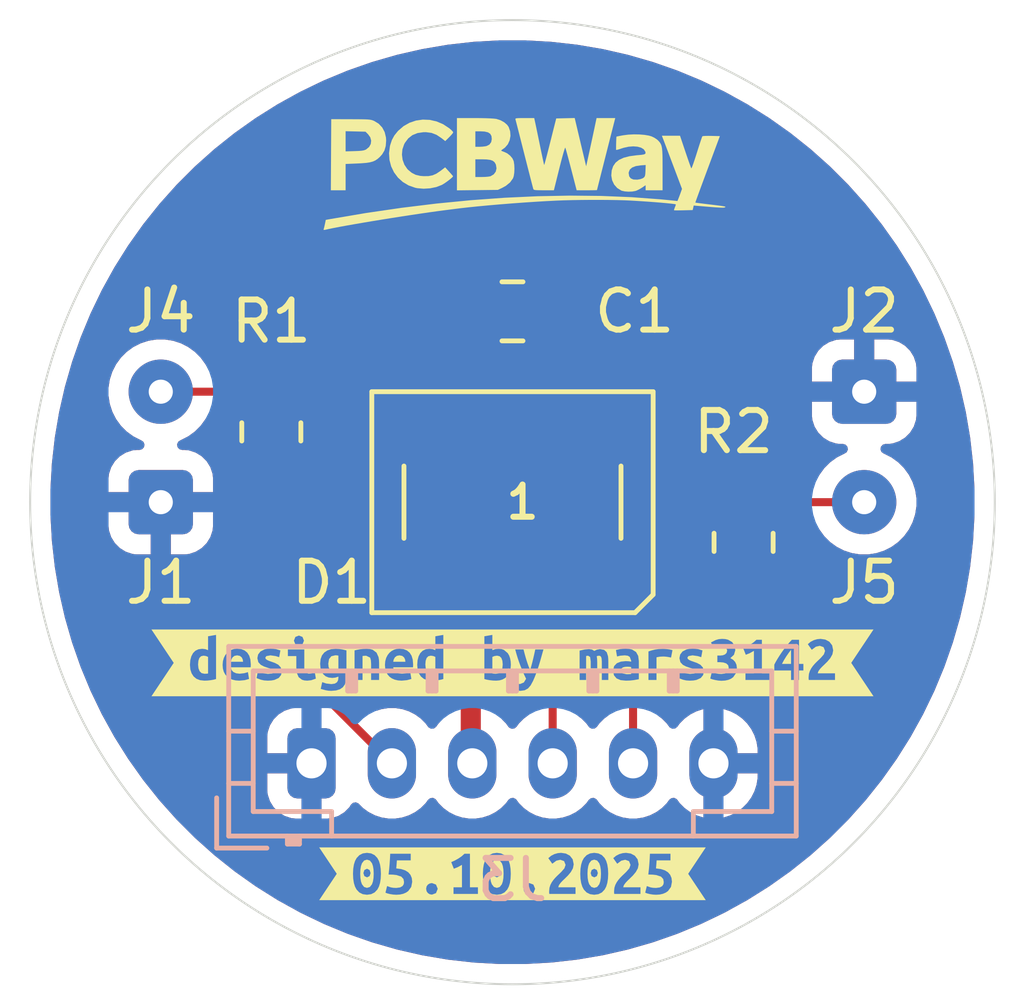
<source format=kicad_pcb>
(kicad_pcb (version 20241229) (generator "pcbnew") (generator_version "9.0")
  (title_block (title "Mole Beacon") (date "05.10.2025") (rev "1.0.0") (company "Peter Siegmund") (comment 1 "kicad@mars3142.org") (comment 2 "https://wiki.mars3142.dev/project/maerklin/warnemuende/lighthouse/start"))
  (layers (0 "F.Cu" signal) (2 "B.Cu" signal) (13 "F.Paste" user) (15 "B.Paste" user) (5 "F.SilkS" user "F.Silkscreen") (7 "B.SilkS" user "B.Silkscreen") (1 "F.Mask" user) (3 "B.Mask" user) (25 "Edge.Cuts" user))
  (net 0 "")
  (net 1 "GND")
  (net 2 "BEACON")
  (net 3 "+5V")
  (net 5 "OUTDOOR_L")
  (net 6 "OUTDOOR_R")
  (net 7 "Net-(J4-Pad1)")
  (net 8 "Net-(J5-Pad1)")
  (footprint "kibuzzard-6876A324" (layer "F.Cu") (at 100 64)
    (property "Reference" "kibuzzard-6876A324" (hide yes))
    (property "Value" "G***" (hide yes))
  )
  (footprint "Resistor_SMD:R_0805_2012Metric_Pad1.20x1.40mm_HandSolder" (layer "F.Cu") (at 94 58.25 -90)
    (property "Reference" "R1" (at -2.75 0 180) (layer "F.SilkS"))
    (property "Value" "1K")
    (pad "1" smd roundrect (at -1 0 270) (size 1.2 1.4) (layers "F.Cu" "F.Mask" "F.Paste") (roundrect_rratio 0.208333) (net 7 "Net-(J4-Pad1)"))
    (pad "2" smd roundrect (at 1 0 270) (size 1.2 1.4) (layers "F.Cu" "F.Mask" "F.Paste") (roundrect_rratio 0.208333) (net 5 "OUTDOOR_L"))
  )
  (footprint "Connector_Wire:SolderWire-0.1sqmm_1x01_D0.4mm_OD1mm" (layer "F.Cu") (at 91.25 57.25)
    (property "Reference" "J4" (at 0 -2 0) (layer "F.SilkS"))
    (property "Value" "LED 1 +")
    (pad "1" thru_hole circle (at 0 0) (size 1.6 1.6) (drill 0.6) (layers "*.Cu" "*.Mask") (net 7 "Net-(J4-Pad1)"))
  )
  (footprint "Connector_Wire:SolderWire-0.1sqmm_1x01_D0.4mm_OD1mm" (layer "F.Cu") (at 108.75 60)
    (property "Reference" "J5" (at 0 2 0) (layer "F.SilkS"))
    (property "Value" "LED 2 +")
    (pad "1" thru_hole circle (at 0 0) (size 1.6 1.6) (drill 0.6) (layers "*.Cu" "*.Mask") (net 8 "Net-(J5-Pad1)"))
  )
  (footprint "kibuzzard-68711898" (layer "F.Cu") (at 100 69.25)
    (property "Reference" "kibuzzard-68711898" (hide yes))
    (property "Value" "G***" (hide yes))
  )
  (footprint "Capacitor_SMD:C_0805_2012Metric_Pad1.18x1.45mm_HandSolder" (layer "F.Cu") (at 100 55.25)
    (property "Reference" "C1" (at 3.0375 0 180) (layer "F.SilkS"))
    (property "Value" "100nF")
    (pad "1" smd roundrect (at -1.0375 0) (size 1.175 1.45) (layers "F.Cu" "F.Mask" "F.Paste") (roundrect_rratio 0.212766) (net 3 "+5V"))
    (pad "2" smd roundrect (at 1.0375 0) (size 1.175 1.45) (layers "F.Cu" "F.Mask" "F.Paste") (roundrect_rratio 0.212766) (net 1 "GND"))
  )
  (footprint "LOGO" (layer "F.Cu") (at 100.25 51.75)
    (property "Reference" "G***" (hide yes))
    (property "Value" "LOGO" (hide yes))
  )
  (footprint "Connector_Wire:SolderWire-0.1sqmm_1x01_D0.4mm_OD1mm" (layer "F.Cu") (at 91.25 60)
    (property "Reference" "J1" (at 0 2 0) (layer "F.SilkS"))
    (property "Value" "LED 1 -")
    (pad "1" thru_hole roundrect (at 0 0) (size 1.6 1.6) (drill 0.6) (layers "*.Cu" "*.Mask") (roundrect_rratio 0.15625) (net 1 "GND"))
  )
  (footprint "LED_SMD:LED_WS2812B_PLCC4_5.0x5.0mm_P3.2mm" (layer "F.Cu") (at 100 60)
    (property "Reference" "D1" (at -4.5 2 0) (layer "F.SilkS"))
    (property "Value" "WS2812B")
    (fp_text user "1" (at 0.25 0 0) (layer "F.SilkS") (effects (font (size 0.8 0.8))))
    (pad "1" smd roundrect (at -2.45 -1.65) (size 1.5 0.9) (layers "F.Cu" "F.Mask" "F.Paste") (roundrect_rratio 0.1) (net 3 "+5V"))
    (pad "2" smd roundrect (at -2.45 1.65) (size 1.5 0.9) (layers "F.Cu" "F.Mask" "F.Paste") (roundrect_rratio 0.1))
    (pad "3" smd roundrect (at 2.45 1.65) (size 1.5 0.9) (layers "F.Cu" "F.Mask" "F.Paste") (roundrect_rratio 0.1) (net 1 "GND"))
    (pad "4" smd roundrect (at 2.45 -1.65) (size 1.5 0.9) (layers "F.Cu" "F.Mask" "F.Paste") (roundrect_rratio 0.1) (net 2 "BEACON"))
  )
  (footprint "Connector_Wire:SolderWire-0.1sqmm_1x01_D0.4mm_OD1mm" (layer "F.Cu") (at 108.75 57.25)
    (property "Reference" "J2" (at 0 -2 0) (layer "F.SilkS"))
    (property "Value" "LED 2 -")
    (pad "1" thru_hole roundrect (at 0 0) (size 1.6 1.6) (drill 0.6) (layers "*.Cu" "*.Mask") (roundrect_rratio 0.15625) (net 1 "GND"))
  )
  (footprint "Resistor_SMD:R_0805_2012Metric_Pad1.20x1.40mm_HandSolder" (layer "F.Cu") (at 105.75 61 -90)
    (property "Reference" "R2" (at -2.75 0.25 0) (layer "F.SilkS"))
    (property "Value" "1K")
    (pad "1" smd roundrect (at -1 0 270) (size 1.2 1.4) (layers "F.Cu" "F.Mask" "F.Paste") (roundrect_rratio 0.208333) (net 8 "Net-(J5-Pad1)"))
    (pad "2" smd roundrect (at 1 0 270) (size 1.2 1.4) (layers "F.Cu" "F.Mask" "F.Paste") (roundrect_rratio 0.208333) (net 6 "OUTDOOR_R"))
  )
  (footprint "Connector_JST:JST_PH_B6B-PH-K_1x06_P2.00mm_Vertical" (layer "B.Cu") (at 95 66.5)
    (property "Reference" "J3" (at 5 2.9 180) (layer "B.SilkS") (effects (justify mirror)))
    (property "Value" "Conn_01x06_Socket")
    (pad "1" thru_hole roundrect (at 0 0) (size 1.2 1.75) (drill 0.75) (layers "*.Cu" "*.Mask") (roundrect_rratio 0.208333) (net 1 "GND"))
    (pad "2" thru_hole oval (at 2 0) (size 1.2 1.75) (drill 0.75) (layers "*.Cu" "*.Mask") (net 5 "OUTDOOR_L"))
    (pad "3" thru_hole oval (at 4 0) (size 1.2 1.75) (drill 0.75) (layers "*.Cu" "*.Mask") (net 3 "+5V"))
    (pad "4" thru_hole oval (at 6 0) (size 1.2 1.75) (drill 0.75) (layers "*.Cu" "*.Mask") (net 2 "BEACON"))
    (pad "5" thru_hole oval (at 8 0) (size 1.2 1.75) (drill 0.75) (layers "*.Cu" "*.Mask") (net 6 "OUTDOOR_R"))
    (pad "6" thru_hole oval (at 10 0) (size 1.2 1.75) (drill 0.75) (layers "*.Cu" "*.Mask") (net 1 "GND"))
  )
  (gr_circle (center 100 60) (end 112 60) (stroke (width 0.05)) (fill no) (layer "Edge.Cuts"))
  (segment (start 101 66.5) (end 101 59.8) (width 0.2) (layer "F.Cu") (net 2))
  (segment (start 101 59.8) (end 102.45 58.35) (width 0.2) (layer "F.Cu") (net 2))
  (segment (start 98.9625 55.25) (end 98.9625 56.9375) (width 0.5) (layer "F.Cu") (net 3))
  (segment (start 98.9625 56.9375) (end 97.55 58.35) (width 0.5) (layer "F.Cu") (net 3))
  (segment (start 98.9625 55.25) (end 98.9625 66.4625) (width 0.5) (layer "F.Cu") (net 3))
  (segment (start 98.9625 66.4625) (end 99 66.5) (width 0.5) (layer "F.Cu") (net 3))
  (segment (start 97 66.5) (end 94 63.5) (width 0.2) (layer "F.Cu") (net 5))
  (segment (start 94 63.5) (end 94 59.25) (width 0.2) (layer "F.Cu") (net 5))
  (segment (start 103 64.75) (end 105.75 62) (width 0.2) (layer "F.Cu") (net 6))
  (segment (start 103 66.5) (end 103 64.75) (width 0.2) (layer "F.Cu") (net 6))
  (segment (start 94 57.25) (end 91.25 57.25) (width 0.2) (layer "F.Cu") (net 7))
  (segment (start 105.75 60) (end 108.75 60) (width 0.2) (layer "F.Cu") (net 8))
  (zone (net 1) (net_name "GND") (layers "F.Cu" "B.Cu") (connect_pads (clearance 0.5)) (min_thickness 0.25) (fill yes (thermal_gap 0.5) (thermal_bridge_width 0.5))
    (polygon (pts (xy 87.25 47.5) (xy 112.75 47.5) (xy 112.75 72.5) (xy 87.25 72.5)))
  )
)
</source>
